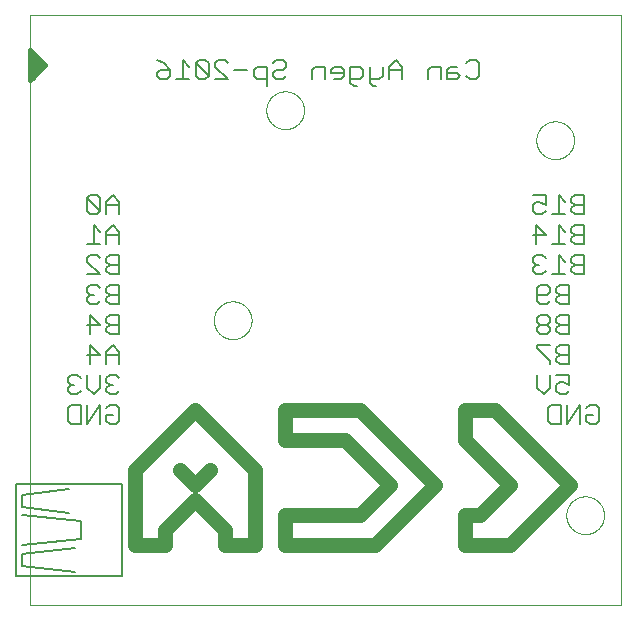
<source format=gbo>
G75*
%MOIN*%
%OFA0B0*%
%FSLAX25Y25*%
%IPPOS*%
%LPD*%
%AMOC8*
5,1,8,0,0,1.08239X$1,22.5*
%
%ADD10C,0.00600*%
%ADD11C,0.05000*%
%ADD12C,0.01600*%
%ADD13C,0.00000*%
%ADD14C,0.00500*%
D10*
X0019620Y0062500D02*
X0018552Y0063568D01*
X0018552Y0067838D01*
X0019620Y0068905D01*
X0022823Y0068905D01*
X0022823Y0062500D01*
X0019620Y0062500D01*
X0024998Y0062500D02*
X0024998Y0068905D01*
X0027133Y0072500D02*
X0024998Y0074635D01*
X0024998Y0078905D01*
X0022823Y0077838D02*
X0021755Y0078905D01*
X0019620Y0078905D01*
X0018552Y0077838D01*
X0018552Y0076770D01*
X0019620Y0075703D01*
X0018552Y0074635D01*
X0018552Y0073568D01*
X0019620Y0072500D01*
X0021755Y0072500D01*
X0022823Y0073568D01*
X0020688Y0075703D02*
X0019620Y0075703D01*
X0026066Y0082500D02*
X0026066Y0088905D01*
X0029268Y0085703D01*
X0024998Y0085703D01*
X0031443Y0085703D02*
X0035714Y0085703D01*
X0035714Y0086770D02*
X0033579Y0088905D01*
X0031443Y0086770D01*
X0031443Y0082500D01*
X0032511Y0078905D02*
X0031443Y0077838D01*
X0031443Y0076770D01*
X0032511Y0075703D01*
X0031443Y0074635D01*
X0031443Y0073568D01*
X0032511Y0072500D01*
X0034646Y0072500D01*
X0035714Y0073568D01*
X0033579Y0075703D02*
X0032511Y0075703D01*
X0029268Y0074635D02*
X0027133Y0072500D01*
X0029268Y0074635D02*
X0029268Y0078905D01*
X0032511Y0078905D02*
X0034646Y0078905D01*
X0035714Y0077838D01*
X0035714Y0082500D02*
X0035714Y0086770D01*
X0035714Y0092500D02*
X0032511Y0092500D01*
X0031443Y0093568D01*
X0031443Y0094635D01*
X0032511Y0095703D01*
X0035714Y0095703D01*
X0035714Y0098905D02*
X0032511Y0098905D01*
X0031443Y0097838D01*
X0031443Y0096770D01*
X0032511Y0095703D01*
X0029268Y0095703D02*
X0024998Y0095703D01*
X0026066Y0098905D02*
X0026066Y0092500D01*
X0029268Y0095703D02*
X0026066Y0098905D01*
X0026066Y0102500D02*
X0028201Y0102500D01*
X0029268Y0103568D01*
X0031443Y0103568D02*
X0032511Y0102500D01*
X0035714Y0102500D01*
X0035714Y0108905D01*
X0032511Y0108905D01*
X0031443Y0107838D01*
X0031443Y0106770D01*
X0032511Y0105703D01*
X0035714Y0105703D01*
X0032511Y0105703D02*
X0031443Y0104635D01*
X0031443Y0103568D01*
X0029268Y0107838D02*
X0028201Y0108905D01*
X0026066Y0108905D01*
X0024998Y0107838D01*
X0024998Y0106770D01*
X0026066Y0105703D01*
X0024998Y0104635D01*
X0024998Y0103568D01*
X0026066Y0102500D01*
X0026066Y0105703D02*
X0027133Y0105703D01*
X0024998Y0112500D02*
X0029268Y0112500D01*
X0024998Y0116770D01*
X0024998Y0117838D01*
X0026066Y0118905D01*
X0028201Y0118905D01*
X0029268Y0117838D01*
X0031443Y0117838D02*
X0032511Y0118905D01*
X0035714Y0118905D01*
X0035714Y0112500D01*
X0032511Y0112500D01*
X0031443Y0113568D01*
X0031443Y0114635D01*
X0032511Y0115703D01*
X0035714Y0115703D01*
X0032511Y0115703D02*
X0031443Y0116770D01*
X0031443Y0117838D01*
X0031443Y0122500D02*
X0031443Y0126770D01*
X0033579Y0128905D01*
X0035714Y0126770D01*
X0035714Y0122500D01*
X0035714Y0125703D02*
X0031443Y0125703D01*
X0029268Y0126770D02*
X0027133Y0128905D01*
X0027133Y0122500D01*
X0029268Y0122500D02*
X0024998Y0122500D01*
X0026066Y0132500D02*
X0028201Y0132500D01*
X0029268Y0133568D01*
X0024998Y0137838D01*
X0024998Y0133568D01*
X0026066Y0132500D01*
X0029268Y0133568D02*
X0029268Y0137838D01*
X0028201Y0138905D01*
X0026066Y0138905D01*
X0024998Y0137838D01*
X0031443Y0136770D02*
X0031443Y0132500D01*
X0031443Y0135703D02*
X0035714Y0135703D01*
X0035714Y0136770D02*
X0033579Y0138905D01*
X0031443Y0136770D01*
X0035714Y0136770D02*
X0035714Y0132500D01*
X0035714Y0098905D02*
X0035714Y0092500D01*
X0034646Y0068905D02*
X0032511Y0068905D01*
X0031443Y0067838D01*
X0031443Y0065703D02*
X0033579Y0065703D01*
X0031443Y0065703D02*
X0031443Y0063568D01*
X0032511Y0062500D01*
X0034646Y0062500D01*
X0035714Y0063568D01*
X0035714Y0067838D01*
X0034646Y0068905D01*
X0029268Y0068905D02*
X0024998Y0062500D01*
X0029268Y0062500D02*
X0029268Y0068905D01*
X0084813Y0175365D02*
X0084813Y0181770D01*
X0081611Y0181770D01*
X0080543Y0180703D01*
X0080543Y0178568D01*
X0081611Y0177500D01*
X0084813Y0177500D01*
X0086988Y0178568D02*
X0086988Y0179635D01*
X0088056Y0180703D01*
X0090191Y0180703D01*
X0091259Y0181770D01*
X0091259Y0182838D01*
X0090191Y0183905D01*
X0088056Y0183905D01*
X0086988Y0182838D01*
X0086988Y0178568D02*
X0088056Y0177500D01*
X0090191Y0177500D01*
X0091259Y0178568D01*
X0099879Y0177500D02*
X0099879Y0180703D01*
X0100947Y0181770D01*
X0104150Y0181770D01*
X0104150Y0177500D01*
X0106325Y0179635D02*
X0110595Y0179635D01*
X0110595Y0178568D02*
X0110595Y0180703D01*
X0109528Y0181770D01*
X0107393Y0181770D01*
X0106325Y0180703D01*
X0106325Y0179635D01*
X0107393Y0177500D02*
X0109528Y0177500D01*
X0110595Y0178568D01*
X0112770Y0177500D02*
X0115973Y0177500D01*
X0117041Y0178568D01*
X0117041Y0180703D01*
X0115973Y0181770D01*
X0112770Y0181770D01*
X0112770Y0176432D01*
X0113838Y0175365D01*
X0114906Y0175365D01*
X0119216Y0176432D02*
X0119216Y0181770D01*
X0119216Y0177500D02*
X0122419Y0177500D01*
X0123486Y0178568D01*
X0123486Y0181770D01*
X0125661Y0181770D02*
X0125661Y0177500D01*
X0125661Y0180703D02*
X0129932Y0180703D01*
X0129932Y0181770D02*
X0129932Y0177500D01*
X0129932Y0181770D02*
X0127797Y0183905D01*
X0125661Y0181770D01*
X0121351Y0175365D02*
X0120284Y0175365D01*
X0119216Y0176432D01*
X0138552Y0177500D02*
X0138552Y0180703D01*
X0139620Y0181770D01*
X0142823Y0181770D01*
X0142823Y0177500D01*
X0144998Y0177500D02*
X0144998Y0180703D01*
X0146066Y0181770D01*
X0148201Y0181770D01*
X0148201Y0179635D02*
X0144998Y0179635D01*
X0144998Y0177500D02*
X0148201Y0177500D01*
X0149268Y0178568D01*
X0148201Y0179635D01*
X0151443Y0178568D02*
X0152511Y0177500D01*
X0154646Y0177500D01*
X0155714Y0178568D01*
X0155714Y0182838D01*
X0154646Y0183905D01*
X0152511Y0183905D01*
X0151443Y0182838D01*
X0173552Y0138905D02*
X0177823Y0138905D01*
X0177823Y0135703D01*
X0175688Y0136770D01*
X0174620Y0136770D01*
X0173552Y0135703D01*
X0173552Y0133568D01*
X0174620Y0132500D01*
X0176755Y0132500D01*
X0177823Y0133568D01*
X0179998Y0132500D02*
X0184268Y0132500D01*
X0182133Y0132500D02*
X0182133Y0138905D01*
X0184268Y0136770D01*
X0186443Y0136770D02*
X0186443Y0137838D01*
X0187511Y0138905D01*
X0190714Y0138905D01*
X0190714Y0132500D01*
X0187511Y0132500D01*
X0186443Y0133568D01*
X0186443Y0134635D01*
X0187511Y0135703D01*
X0190714Y0135703D01*
X0187511Y0135703D02*
X0186443Y0136770D01*
X0187511Y0128905D02*
X0186443Y0127838D01*
X0186443Y0126770D01*
X0187511Y0125703D01*
X0190714Y0125703D01*
X0187511Y0125703D02*
X0186443Y0124635D01*
X0186443Y0123568D01*
X0187511Y0122500D01*
X0190714Y0122500D01*
X0190714Y0128905D01*
X0187511Y0128905D01*
X0184268Y0126770D02*
X0182133Y0128905D01*
X0182133Y0122500D01*
X0184268Y0122500D02*
X0179998Y0122500D01*
X0182133Y0118905D02*
X0182133Y0112500D01*
X0184268Y0112500D02*
X0179998Y0112500D01*
X0177823Y0113568D02*
X0176755Y0112500D01*
X0174620Y0112500D01*
X0173552Y0113568D01*
X0173552Y0114635D01*
X0174620Y0115703D01*
X0175688Y0115703D01*
X0174620Y0115703D02*
X0173552Y0116770D01*
X0173552Y0117838D01*
X0174620Y0118905D01*
X0176755Y0118905D01*
X0177823Y0117838D01*
X0182133Y0118905D02*
X0184268Y0116770D01*
X0186443Y0116770D02*
X0187511Y0115703D01*
X0190714Y0115703D01*
X0187511Y0115703D02*
X0186443Y0114635D01*
X0186443Y0113568D01*
X0187511Y0112500D01*
X0190714Y0112500D01*
X0190714Y0118905D01*
X0187511Y0118905D01*
X0186443Y0117838D01*
X0186443Y0116770D01*
X0185714Y0108905D02*
X0182511Y0108905D01*
X0181443Y0107838D01*
X0181443Y0106770D01*
X0182511Y0105703D01*
X0185714Y0105703D01*
X0185714Y0108905D02*
X0185714Y0102500D01*
X0182511Y0102500D01*
X0181443Y0103568D01*
X0181443Y0104635D01*
X0182511Y0105703D01*
X0179268Y0106770D02*
X0178201Y0105703D01*
X0174998Y0105703D01*
X0174998Y0103568D02*
X0174998Y0107838D01*
X0176066Y0108905D01*
X0178201Y0108905D01*
X0179268Y0107838D01*
X0179268Y0106770D01*
X0179268Y0103568D02*
X0178201Y0102500D01*
X0176066Y0102500D01*
X0174998Y0103568D01*
X0176066Y0098905D02*
X0174998Y0097838D01*
X0174998Y0096770D01*
X0176066Y0095703D01*
X0178201Y0095703D01*
X0179268Y0096770D01*
X0179268Y0097838D01*
X0178201Y0098905D01*
X0176066Y0098905D01*
X0176066Y0095703D02*
X0174998Y0094635D01*
X0174998Y0093568D01*
X0176066Y0092500D01*
X0178201Y0092500D01*
X0179268Y0093568D01*
X0179268Y0094635D01*
X0178201Y0095703D01*
X0181443Y0096770D02*
X0182511Y0095703D01*
X0185714Y0095703D01*
X0185714Y0098905D02*
X0182511Y0098905D01*
X0181443Y0097838D01*
X0181443Y0096770D01*
X0182511Y0095703D02*
X0181443Y0094635D01*
X0181443Y0093568D01*
X0182511Y0092500D01*
X0185714Y0092500D01*
X0185714Y0098905D01*
X0185714Y0088905D02*
X0182511Y0088905D01*
X0181443Y0087838D01*
X0181443Y0086770D01*
X0182511Y0085703D01*
X0185714Y0085703D01*
X0185714Y0088905D02*
X0185714Y0082500D01*
X0182511Y0082500D01*
X0181443Y0083568D01*
X0181443Y0084635D01*
X0182511Y0085703D01*
X0179268Y0083568D02*
X0179268Y0082500D01*
X0179268Y0083568D02*
X0174998Y0087838D01*
X0174998Y0088905D01*
X0179268Y0088905D01*
X0179268Y0078905D02*
X0179268Y0074635D01*
X0177133Y0072500D01*
X0174998Y0074635D01*
X0174998Y0078905D01*
X0181443Y0078905D02*
X0185714Y0078905D01*
X0185714Y0075703D01*
X0183579Y0076770D01*
X0182511Y0076770D01*
X0181443Y0075703D01*
X0181443Y0073568D01*
X0182511Y0072500D01*
X0184646Y0072500D01*
X0185714Y0073568D01*
X0184998Y0068905D02*
X0184998Y0062500D01*
X0189268Y0068905D01*
X0189268Y0062500D01*
X0191443Y0063568D02*
X0191443Y0065703D01*
X0193579Y0065703D01*
X0195714Y0067838D02*
X0195714Y0063568D01*
X0194646Y0062500D01*
X0192511Y0062500D01*
X0191443Y0063568D01*
X0191443Y0067838D02*
X0192511Y0068905D01*
X0194646Y0068905D01*
X0195714Y0067838D01*
X0182823Y0068905D02*
X0182823Y0062500D01*
X0179620Y0062500D01*
X0178552Y0063568D01*
X0178552Y0067838D01*
X0179620Y0068905D01*
X0182823Y0068905D01*
X0174620Y0122500D02*
X0174620Y0128905D01*
X0177823Y0125703D01*
X0173552Y0125703D01*
X0078368Y0180703D02*
X0074098Y0180703D01*
X0071922Y0182838D02*
X0070855Y0183905D01*
X0068720Y0183905D01*
X0067652Y0182838D01*
X0067652Y0181770D01*
X0071922Y0177500D01*
X0067652Y0177500D01*
X0065477Y0178568D02*
X0061207Y0182838D01*
X0061207Y0178568D01*
X0062274Y0177500D01*
X0064409Y0177500D01*
X0065477Y0178568D01*
X0065477Y0182838D01*
X0064409Y0183905D01*
X0062274Y0183905D01*
X0061207Y0182838D01*
X0059031Y0181770D02*
X0056896Y0183905D01*
X0056896Y0177500D01*
X0059031Y0177500D02*
X0054761Y0177500D01*
X0052586Y0178568D02*
X0052586Y0180703D01*
X0049383Y0180703D01*
X0048316Y0179635D01*
X0048316Y0178568D01*
X0049383Y0177500D01*
X0051518Y0177500D01*
X0052586Y0178568D01*
X0052586Y0180703D02*
X0050451Y0182838D01*
X0048316Y0183905D01*
D11*
X0061014Y0067200D02*
X0041014Y0047200D01*
X0041014Y0022200D01*
X0051014Y0022200D01*
X0051014Y0027200D01*
X0061014Y0037200D01*
X0071014Y0027200D01*
X0071014Y0022200D01*
X0081014Y0022200D01*
X0081014Y0047200D01*
X0061014Y0067200D01*
X0066014Y0047200D02*
X0061014Y0042200D01*
X0056014Y0047200D01*
X0091014Y0057200D02*
X0111014Y0057200D01*
X0126014Y0042200D01*
X0116014Y0032200D01*
X0091014Y0032200D01*
X0091014Y0022200D01*
X0121014Y0022200D01*
X0141014Y0042200D01*
X0116014Y0067200D01*
X0091014Y0067200D01*
X0091014Y0057200D01*
X0151014Y0057200D02*
X0166014Y0042200D01*
X0156014Y0032200D01*
X0151014Y0032200D01*
X0151014Y0022200D01*
X0166014Y0022200D01*
X0186014Y0042200D01*
X0161014Y0067200D01*
X0151014Y0067200D01*
X0151014Y0057200D01*
D12*
X0011014Y0182200D02*
X0006014Y0187200D01*
X0006014Y0177200D01*
X0011014Y0182200D01*
X0010382Y0182832D02*
X0006014Y0182832D01*
X0006014Y0184430D02*
X0008783Y0184430D01*
X0007185Y0186029D02*
X0006014Y0186029D01*
X0006014Y0181233D02*
X0010047Y0181233D01*
X0008449Y0179635D02*
X0006014Y0179635D01*
X0006014Y0178036D02*
X0006850Y0178036D01*
D13*
X0006014Y0002200D02*
X0202864Y0002200D01*
X0202864Y0199050D01*
X0006014Y0199050D01*
X0006014Y0002200D01*
X0067215Y0097200D02*
X0067217Y0097358D01*
X0067223Y0097516D01*
X0067233Y0097674D01*
X0067247Y0097832D01*
X0067265Y0097989D01*
X0067286Y0098146D01*
X0067312Y0098302D01*
X0067342Y0098458D01*
X0067375Y0098613D01*
X0067413Y0098766D01*
X0067454Y0098919D01*
X0067499Y0099071D01*
X0067548Y0099222D01*
X0067601Y0099371D01*
X0067657Y0099519D01*
X0067717Y0099665D01*
X0067781Y0099810D01*
X0067849Y0099953D01*
X0067920Y0100095D01*
X0067994Y0100235D01*
X0068072Y0100372D01*
X0068154Y0100508D01*
X0068238Y0100642D01*
X0068327Y0100773D01*
X0068418Y0100902D01*
X0068513Y0101029D01*
X0068610Y0101154D01*
X0068711Y0101276D01*
X0068815Y0101395D01*
X0068922Y0101512D01*
X0069032Y0101626D01*
X0069145Y0101737D01*
X0069260Y0101846D01*
X0069378Y0101951D01*
X0069499Y0102053D01*
X0069622Y0102153D01*
X0069748Y0102249D01*
X0069876Y0102342D01*
X0070006Y0102432D01*
X0070139Y0102518D01*
X0070274Y0102602D01*
X0070410Y0102681D01*
X0070549Y0102758D01*
X0070690Y0102830D01*
X0070832Y0102900D01*
X0070976Y0102965D01*
X0071122Y0103027D01*
X0071269Y0103085D01*
X0071418Y0103140D01*
X0071568Y0103191D01*
X0071719Y0103238D01*
X0071871Y0103281D01*
X0072024Y0103320D01*
X0072179Y0103356D01*
X0072334Y0103387D01*
X0072490Y0103415D01*
X0072646Y0103439D01*
X0072803Y0103459D01*
X0072961Y0103475D01*
X0073118Y0103487D01*
X0073277Y0103495D01*
X0073435Y0103499D01*
X0073593Y0103499D01*
X0073751Y0103495D01*
X0073910Y0103487D01*
X0074067Y0103475D01*
X0074225Y0103459D01*
X0074382Y0103439D01*
X0074538Y0103415D01*
X0074694Y0103387D01*
X0074849Y0103356D01*
X0075004Y0103320D01*
X0075157Y0103281D01*
X0075309Y0103238D01*
X0075460Y0103191D01*
X0075610Y0103140D01*
X0075759Y0103085D01*
X0075906Y0103027D01*
X0076052Y0102965D01*
X0076196Y0102900D01*
X0076338Y0102830D01*
X0076479Y0102758D01*
X0076618Y0102681D01*
X0076754Y0102602D01*
X0076889Y0102518D01*
X0077022Y0102432D01*
X0077152Y0102342D01*
X0077280Y0102249D01*
X0077406Y0102153D01*
X0077529Y0102053D01*
X0077650Y0101951D01*
X0077768Y0101846D01*
X0077883Y0101737D01*
X0077996Y0101626D01*
X0078106Y0101512D01*
X0078213Y0101395D01*
X0078317Y0101276D01*
X0078418Y0101154D01*
X0078515Y0101029D01*
X0078610Y0100902D01*
X0078701Y0100773D01*
X0078790Y0100642D01*
X0078874Y0100508D01*
X0078956Y0100372D01*
X0079034Y0100235D01*
X0079108Y0100095D01*
X0079179Y0099953D01*
X0079247Y0099810D01*
X0079311Y0099665D01*
X0079371Y0099519D01*
X0079427Y0099371D01*
X0079480Y0099222D01*
X0079529Y0099071D01*
X0079574Y0098919D01*
X0079615Y0098766D01*
X0079653Y0098613D01*
X0079686Y0098458D01*
X0079716Y0098302D01*
X0079742Y0098146D01*
X0079763Y0097989D01*
X0079781Y0097832D01*
X0079795Y0097674D01*
X0079805Y0097516D01*
X0079811Y0097358D01*
X0079813Y0097200D01*
X0079811Y0097042D01*
X0079805Y0096884D01*
X0079795Y0096726D01*
X0079781Y0096568D01*
X0079763Y0096411D01*
X0079742Y0096254D01*
X0079716Y0096098D01*
X0079686Y0095942D01*
X0079653Y0095787D01*
X0079615Y0095634D01*
X0079574Y0095481D01*
X0079529Y0095329D01*
X0079480Y0095178D01*
X0079427Y0095029D01*
X0079371Y0094881D01*
X0079311Y0094735D01*
X0079247Y0094590D01*
X0079179Y0094447D01*
X0079108Y0094305D01*
X0079034Y0094165D01*
X0078956Y0094028D01*
X0078874Y0093892D01*
X0078790Y0093758D01*
X0078701Y0093627D01*
X0078610Y0093498D01*
X0078515Y0093371D01*
X0078418Y0093246D01*
X0078317Y0093124D01*
X0078213Y0093005D01*
X0078106Y0092888D01*
X0077996Y0092774D01*
X0077883Y0092663D01*
X0077768Y0092554D01*
X0077650Y0092449D01*
X0077529Y0092347D01*
X0077406Y0092247D01*
X0077280Y0092151D01*
X0077152Y0092058D01*
X0077022Y0091968D01*
X0076889Y0091882D01*
X0076754Y0091798D01*
X0076618Y0091719D01*
X0076479Y0091642D01*
X0076338Y0091570D01*
X0076196Y0091500D01*
X0076052Y0091435D01*
X0075906Y0091373D01*
X0075759Y0091315D01*
X0075610Y0091260D01*
X0075460Y0091209D01*
X0075309Y0091162D01*
X0075157Y0091119D01*
X0075004Y0091080D01*
X0074849Y0091044D01*
X0074694Y0091013D01*
X0074538Y0090985D01*
X0074382Y0090961D01*
X0074225Y0090941D01*
X0074067Y0090925D01*
X0073910Y0090913D01*
X0073751Y0090905D01*
X0073593Y0090901D01*
X0073435Y0090901D01*
X0073277Y0090905D01*
X0073118Y0090913D01*
X0072961Y0090925D01*
X0072803Y0090941D01*
X0072646Y0090961D01*
X0072490Y0090985D01*
X0072334Y0091013D01*
X0072179Y0091044D01*
X0072024Y0091080D01*
X0071871Y0091119D01*
X0071719Y0091162D01*
X0071568Y0091209D01*
X0071418Y0091260D01*
X0071269Y0091315D01*
X0071122Y0091373D01*
X0070976Y0091435D01*
X0070832Y0091500D01*
X0070690Y0091570D01*
X0070549Y0091642D01*
X0070410Y0091719D01*
X0070274Y0091798D01*
X0070139Y0091882D01*
X0070006Y0091968D01*
X0069876Y0092058D01*
X0069748Y0092151D01*
X0069622Y0092247D01*
X0069499Y0092347D01*
X0069378Y0092449D01*
X0069260Y0092554D01*
X0069145Y0092663D01*
X0069032Y0092774D01*
X0068922Y0092888D01*
X0068815Y0093005D01*
X0068711Y0093124D01*
X0068610Y0093246D01*
X0068513Y0093371D01*
X0068418Y0093498D01*
X0068327Y0093627D01*
X0068238Y0093758D01*
X0068154Y0093892D01*
X0068072Y0094028D01*
X0067994Y0094165D01*
X0067920Y0094305D01*
X0067849Y0094447D01*
X0067781Y0094590D01*
X0067717Y0094735D01*
X0067657Y0094881D01*
X0067601Y0095029D01*
X0067548Y0095178D01*
X0067499Y0095329D01*
X0067454Y0095481D01*
X0067413Y0095634D01*
X0067375Y0095787D01*
X0067342Y0095942D01*
X0067312Y0096098D01*
X0067286Y0096254D01*
X0067265Y0096411D01*
X0067247Y0096568D01*
X0067233Y0096726D01*
X0067223Y0096884D01*
X0067217Y0097042D01*
X0067215Y0097200D01*
X0084715Y0167200D02*
X0084717Y0167358D01*
X0084723Y0167516D01*
X0084733Y0167674D01*
X0084747Y0167832D01*
X0084765Y0167989D01*
X0084786Y0168146D01*
X0084812Y0168302D01*
X0084842Y0168458D01*
X0084875Y0168613D01*
X0084913Y0168766D01*
X0084954Y0168919D01*
X0084999Y0169071D01*
X0085048Y0169222D01*
X0085101Y0169371D01*
X0085157Y0169519D01*
X0085217Y0169665D01*
X0085281Y0169810D01*
X0085349Y0169953D01*
X0085420Y0170095D01*
X0085494Y0170235D01*
X0085572Y0170372D01*
X0085654Y0170508D01*
X0085738Y0170642D01*
X0085827Y0170773D01*
X0085918Y0170902D01*
X0086013Y0171029D01*
X0086110Y0171154D01*
X0086211Y0171276D01*
X0086315Y0171395D01*
X0086422Y0171512D01*
X0086532Y0171626D01*
X0086645Y0171737D01*
X0086760Y0171846D01*
X0086878Y0171951D01*
X0086999Y0172053D01*
X0087122Y0172153D01*
X0087248Y0172249D01*
X0087376Y0172342D01*
X0087506Y0172432D01*
X0087639Y0172518D01*
X0087774Y0172602D01*
X0087910Y0172681D01*
X0088049Y0172758D01*
X0088190Y0172830D01*
X0088332Y0172900D01*
X0088476Y0172965D01*
X0088622Y0173027D01*
X0088769Y0173085D01*
X0088918Y0173140D01*
X0089068Y0173191D01*
X0089219Y0173238D01*
X0089371Y0173281D01*
X0089524Y0173320D01*
X0089679Y0173356D01*
X0089834Y0173387D01*
X0089990Y0173415D01*
X0090146Y0173439D01*
X0090303Y0173459D01*
X0090461Y0173475D01*
X0090618Y0173487D01*
X0090777Y0173495D01*
X0090935Y0173499D01*
X0091093Y0173499D01*
X0091251Y0173495D01*
X0091410Y0173487D01*
X0091567Y0173475D01*
X0091725Y0173459D01*
X0091882Y0173439D01*
X0092038Y0173415D01*
X0092194Y0173387D01*
X0092349Y0173356D01*
X0092504Y0173320D01*
X0092657Y0173281D01*
X0092809Y0173238D01*
X0092960Y0173191D01*
X0093110Y0173140D01*
X0093259Y0173085D01*
X0093406Y0173027D01*
X0093552Y0172965D01*
X0093696Y0172900D01*
X0093838Y0172830D01*
X0093979Y0172758D01*
X0094118Y0172681D01*
X0094254Y0172602D01*
X0094389Y0172518D01*
X0094522Y0172432D01*
X0094652Y0172342D01*
X0094780Y0172249D01*
X0094906Y0172153D01*
X0095029Y0172053D01*
X0095150Y0171951D01*
X0095268Y0171846D01*
X0095383Y0171737D01*
X0095496Y0171626D01*
X0095606Y0171512D01*
X0095713Y0171395D01*
X0095817Y0171276D01*
X0095918Y0171154D01*
X0096015Y0171029D01*
X0096110Y0170902D01*
X0096201Y0170773D01*
X0096290Y0170642D01*
X0096374Y0170508D01*
X0096456Y0170372D01*
X0096534Y0170235D01*
X0096608Y0170095D01*
X0096679Y0169953D01*
X0096747Y0169810D01*
X0096811Y0169665D01*
X0096871Y0169519D01*
X0096927Y0169371D01*
X0096980Y0169222D01*
X0097029Y0169071D01*
X0097074Y0168919D01*
X0097115Y0168766D01*
X0097153Y0168613D01*
X0097186Y0168458D01*
X0097216Y0168302D01*
X0097242Y0168146D01*
X0097263Y0167989D01*
X0097281Y0167832D01*
X0097295Y0167674D01*
X0097305Y0167516D01*
X0097311Y0167358D01*
X0097313Y0167200D01*
X0097311Y0167042D01*
X0097305Y0166884D01*
X0097295Y0166726D01*
X0097281Y0166568D01*
X0097263Y0166411D01*
X0097242Y0166254D01*
X0097216Y0166098D01*
X0097186Y0165942D01*
X0097153Y0165787D01*
X0097115Y0165634D01*
X0097074Y0165481D01*
X0097029Y0165329D01*
X0096980Y0165178D01*
X0096927Y0165029D01*
X0096871Y0164881D01*
X0096811Y0164735D01*
X0096747Y0164590D01*
X0096679Y0164447D01*
X0096608Y0164305D01*
X0096534Y0164165D01*
X0096456Y0164028D01*
X0096374Y0163892D01*
X0096290Y0163758D01*
X0096201Y0163627D01*
X0096110Y0163498D01*
X0096015Y0163371D01*
X0095918Y0163246D01*
X0095817Y0163124D01*
X0095713Y0163005D01*
X0095606Y0162888D01*
X0095496Y0162774D01*
X0095383Y0162663D01*
X0095268Y0162554D01*
X0095150Y0162449D01*
X0095029Y0162347D01*
X0094906Y0162247D01*
X0094780Y0162151D01*
X0094652Y0162058D01*
X0094522Y0161968D01*
X0094389Y0161882D01*
X0094254Y0161798D01*
X0094118Y0161719D01*
X0093979Y0161642D01*
X0093838Y0161570D01*
X0093696Y0161500D01*
X0093552Y0161435D01*
X0093406Y0161373D01*
X0093259Y0161315D01*
X0093110Y0161260D01*
X0092960Y0161209D01*
X0092809Y0161162D01*
X0092657Y0161119D01*
X0092504Y0161080D01*
X0092349Y0161044D01*
X0092194Y0161013D01*
X0092038Y0160985D01*
X0091882Y0160961D01*
X0091725Y0160941D01*
X0091567Y0160925D01*
X0091410Y0160913D01*
X0091251Y0160905D01*
X0091093Y0160901D01*
X0090935Y0160901D01*
X0090777Y0160905D01*
X0090618Y0160913D01*
X0090461Y0160925D01*
X0090303Y0160941D01*
X0090146Y0160961D01*
X0089990Y0160985D01*
X0089834Y0161013D01*
X0089679Y0161044D01*
X0089524Y0161080D01*
X0089371Y0161119D01*
X0089219Y0161162D01*
X0089068Y0161209D01*
X0088918Y0161260D01*
X0088769Y0161315D01*
X0088622Y0161373D01*
X0088476Y0161435D01*
X0088332Y0161500D01*
X0088190Y0161570D01*
X0088049Y0161642D01*
X0087910Y0161719D01*
X0087774Y0161798D01*
X0087639Y0161882D01*
X0087506Y0161968D01*
X0087376Y0162058D01*
X0087248Y0162151D01*
X0087122Y0162247D01*
X0086999Y0162347D01*
X0086878Y0162449D01*
X0086760Y0162554D01*
X0086645Y0162663D01*
X0086532Y0162774D01*
X0086422Y0162888D01*
X0086315Y0163005D01*
X0086211Y0163124D01*
X0086110Y0163246D01*
X0086013Y0163371D01*
X0085918Y0163498D01*
X0085827Y0163627D01*
X0085738Y0163758D01*
X0085654Y0163892D01*
X0085572Y0164028D01*
X0085494Y0164165D01*
X0085420Y0164305D01*
X0085349Y0164447D01*
X0085281Y0164590D01*
X0085217Y0164735D01*
X0085157Y0164881D01*
X0085101Y0165029D01*
X0085048Y0165178D01*
X0084999Y0165329D01*
X0084954Y0165481D01*
X0084913Y0165634D01*
X0084875Y0165787D01*
X0084842Y0165942D01*
X0084812Y0166098D01*
X0084786Y0166254D01*
X0084765Y0166411D01*
X0084747Y0166568D01*
X0084733Y0166726D01*
X0084723Y0166884D01*
X0084717Y0167042D01*
X0084715Y0167200D01*
X0174715Y0157200D02*
X0174717Y0157358D01*
X0174723Y0157516D01*
X0174733Y0157674D01*
X0174747Y0157832D01*
X0174765Y0157989D01*
X0174786Y0158146D01*
X0174812Y0158302D01*
X0174842Y0158458D01*
X0174875Y0158613D01*
X0174913Y0158766D01*
X0174954Y0158919D01*
X0174999Y0159071D01*
X0175048Y0159222D01*
X0175101Y0159371D01*
X0175157Y0159519D01*
X0175217Y0159665D01*
X0175281Y0159810D01*
X0175349Y0159953D01*
X0175420Y0160095D01*
X0175494Y0160235D01*
X0175572Y0160372D01*
X0175654Y0160508D01*
X0175738Y0160642D01*
X0175827Y0160773D01*
X0175918Y0160902D01*
X0176013Y0161029D01*
X0176110Y0161154D01*
X0176211Y0161276D01*
X0176315Y0161395D01*
X0176422Y0161512D01*
X0176532Y0161626D01*
X0176645Y0161737D01*
X0176760Y0161846D01*
X0176878Y0161951D01*
X0176999Y0162053D01*
X0177122Y0162153D01*
X0177248Y0162249D01*
X0177376Y0162342D01*
X0177506Y0162432D01*
X0177639Y0162518D01*
X0177774Y0162602D01*
X0177910Y0162681D01*
X0178049Y0162758D01*
X0178190Y0162830D01*
X0178332Y0162900D01*
X0178476Y0162965D01*
X0178622Y0163027D01*
X0178769Y0163085D01*
X0178918Y0163140D01*
X0179068Y0163191D01*
X0179219Y0163238D01*
X0179371Y0163281D01*
X0179524Y0163320D01*
X0179679Y0163356D01*
X0179834Y0163387D01*
X0179990Y0163415D01*
X0180146Y0163439D01*
X0180303Y0163459D01*
X0180461Y0163475D01*
X0180618Y0163487D01*
X0180777Y0163495D01*
X0180935Y0163499D01*
X0181093Y0163499D01*
X0181251Y0163495D01*
X0181410Y0163487D01*
X0181567Y0163475D01*
X0181725Y0163459D01*
X0181882Y0163439D01*
X0182038Y0163415D01*
X0182194Y0163387D01*
X0182349Y0163356D01*
X0182504Y0163320D01*
X0182657Y0163281D01*
X0182809Y0163238D01*
X0182960Y0163191D01*
X0183110Y0163140D01*
X0183259Y0163085D01*
X0183406Y0163027D01*
X0183552Y0162965D01*
X0183696Y0162900D01*
X0183838Y0162830D01*
X0183979Y0162758D01*
X0184118Y0162681D01*
X0184254Y0162602D01*
X0184389Y0162518D01*
X0184522Y0162432D01*
X0184652Y0162342D01*
X0184780Y0162249D01*
X0184906Y0162153D01*
X0185029Y0162053D01*
X0185150Y0161951D01*
X0185268Y0161846D01*
X0185383Y0161737D01*
X0185496Y0161626D01*
X0185606Y0161512D01*
X0185713Y0161395D01*
X0185817Y0161276D01*
X0185918Y0161154D01*
X0186015Y0161029D01*
X0186110Y0160902D01*
X0186201Y0160773D01*
X0186290Y0160642D01*
X0186374Y0160508D01*
X0186456Y0160372D01*
X0186534Y0160235D01*
X0186608Y0160095D01*
X0186679Y0159953D01*
X0186747Y0159810D01*
X0186811Y0159665D01*
X0186871Y0159519D01*
X0186927Y0159371D01*
X0186980Y0159222D01*
X0187029Y0159071D01*
X0187074Y0158919D01*
X0187115Y0158766D01*
X0187153Y0158613D01*
X0187186Y0158458D01*
X0187216Y0158302D01*
X0187242Y0158146D01*
X0187263Y0157989D01*
X0187281Y0157832D01*
X0187295Y0157674D01*
X0187305Y0157516D01*
X0187311Y0157358D01*
X0187313Y0157200D01*
X0187311Y0157042D01*
X0187305Y0156884D01*
X0187295Y0156726D01*
X0187281Y0156568D01*
X0187263Y0156411D01*
X0187242Y0156254D01*
X0187216Y0156098D01*
X0187186Y0155942D01*
X0187153Y0155787D01*
X0187115Y0155634D01*
X0187074Y0155481D01*
X0187029Y0155329D01*
X0186980Y0155178D01*
X0186927Y0155029D01*
X0186871Y0154881D01*
X0186811Y0154735D01*
X0186747Y0154590D01*
X0186679Y0154447D01*
X0186608Y0154305D01*
X0186534Y0154165D01*
X0186456Y0154028D01*
X0186374Y0153892D01*
X0186290Y0153758D01*
X0186201Y0153627D01*
X0186110Y0153498D01*
X0186015Y0153371D01*
X0185918Y0153246D01*
X0185817Y0153124D01*
X0185713Y0153005D01*
X0185606Y0152888D01*
X0185496Y0152774D01*
X0185383Y0152663D01*
X0185268Y0152554D01*
X0185150Y0152449D01*
X0185029Y0152347D01*
X0184906Y0152247D01*
X0184780Y0152151D01*
X0184652Y0152058D01*
X0184522Y0151968D01*
X0184389Y0151882D01*
X0184254Y0151798D01*
X0184118Y0151719D01*
X0183979Y0151642D01*
X0183838Y0151570D01*
X0183696Y0151500D01*
X0183552Y0151435D01*
X0183406Y0151373D01*
X0183259Y0151315D01*
X0183110Y0151260D01*
X0182960Y0151209D01*
X0182809Y0151162D01*
X0182657Y0151119D01*
X0182504Y0151080D01*
X0182349Y0151044D01*
X0182194Y0151013D01*
X0182038Y0150985D01*
X0181882Y0150961D01*
X0181725Y0150941D01*
X0181567Y0150925D01*
X0181410Y0150913D01*
X0181251Y0150905D01*
X0181093Y0150901D01*
X0180935Y0150901D01*
X0180777Y0150905D01*
X0180618Y0150913D01*
X0180461Y0150925D01*
X0180303Y0150941D01*
X0180146Y0150961D01*
X0179990Y0150985D01*
X0179834Y0151013D01*
X0179679Y0151044D01*
X0179524Y0151080D01*
X0179371Y0151119D01*
X0179219Y0151162D01*
X0179068Y0151209D01*
X0178918Y0151260D01*
X0178769Y0151315D01*
X0178622Y0151373D01*
X0178476Y0151435D01*
X0178332Y0151500D01*
X0178190Y0151570D01*
X0178049Y0151642D01*
X0177910Y0151719D01*
X0177774Y0151798D01*
X0177639Y0151882D01*
X0177506Y0151968D01*
X0177376Y0152058D01*
X0177248Y0152151D01*
X0177122Y0152247D01*
X0176999Y0152347D01*
X0176878Y0152449D01*
X0176760Y0152554D01*
X0176645Y0152663D01*
X0176532Y0152774D01*
X0176422Y0152888D01*
X0176315Y0153005D01*
X0176211Y0153124D01*
X0176110Y0153246D01*
X0176013Y0153371D01*
X0175918Y0153498D01*
X0175827Y0153627D01*
X0175738Y0153758D01*
X0175654Y0153892D01*
X0175572Y0154028D01*
X0175494Y0154165D01*
X0175420Y0154305D01*
X0175349Y0154447D01*
X0175281Y0154590D01*
X0175217Y0154735D01*
X0175157Y0154881D01*
X0175101Y0155029D01*
X0175048Y0155178D01*
X0174999Y0155329D01*
X0174954Y0155481D01*
X0174913Y0155634D01*
X0174875Y0155787D01*
X0174842Y0155942D01*
X0174812Y0156098D01*
X0174786Y0156254D01*
X0174765Y0156411D01*
X0174747Y0156568D01*
X0174733Y0156726D01*
X0174723Y0156884D01*
X0174717Y0157042D01*
X0174715Y0157200D01*
X0184715Y0032200D02*
X0184717Y0032358D01*
X0184723Y0032516D01*
X0184733Y0032674D01*
X0184747Y0032832D01*
X0184765Y0032989D01*
X0184786Y0033146D01*
X0184812Y0033302D01*
X0184842Y0033458D01*
X0184875Y0033613D01*
X0184913Y0033766D01*
X0184954Y0033919D01*
X0184999Y0034071D01*
X0185048Y0034222D01*
X0185101Y0034371D01*
X0185157Y0034519D01*
X0185217Y0034665D01*
X0185281Y0034810D01*
X0185349Y0034953D01*
X0185420Y0035095D01*
X0185494Y0035235D01*
X0185572Y0035372D01*
X0185654Y0035508D01*
X0185738Y0035642D01*
X0185827Y0035773D01*
X0185918Y0035902D01*
X0186013Y0036029D01*
X0186110Y0036154D01*
X0186211Y0036276D01*
X0186315Y0036395D01*
X0186422Y0036512D01*
X0186532Y0036626D01*
X0186645Y0036737D01*
X0186760Y0036846D01*
X0186878Y0036951D01*
X0186999Y0037053D01*
X0187122Y0037153D01*
X0187248Y0037249D01*
X0187376Y0037342D01*
X0187506Y0037432D01*
X0187639Y0037518D01*
X0187774Y0037602D01*
X0187910Y0037681D01*
X0188049Y0037758D01*
X0188190Y0037830D01*
X0188332Y0037900D01*
X0188476Y0037965D01*
X0188622Y0038027D01*
X0188769Y0038085D01*
X0188918Y0038140D01*
X0189068Y0038191D01*
X0189219Y0038238D01*
X0189371Y0038281D01*
X0189524Y0038320D01*
X0189679Y0038356D01*
X0189834Y0038387D01*
X0189990Y0038415D01*
X0190146Y0038439D01*
X0190303Y0038459D01*
X0190461Y0038475D01*
X0190618Y0038487D01*
X0190777Y0038495D01*
X0190935Y0038499D01*
X0191093Y0038499D01*
X0191251Y0038495D01*
X0191410Y0038487D01*
X0191567Y0038475D01*
X0191725Y0038459D01*
X0191882Y0038439D01*
X0192038Y0038415D01*
X0192194Y0038387D01*
X0192349Y0038356D01*
X0192504Y0038320D01*
X0192657Y0038281D01*
X0192809Y0038238D01*
X0192960Y0038191D01*
X0193110Y0038140D01*
X0193259Y0038085D01*
X0193406Y0038027D01*
X0193552Y0037965D01*
X0193696Y0037900D01*
X0193838Y0037830D01*
X0193979Y0037758D01*
X0194118Y0037681D01*
X0194254Y0037602D01*
X0194389Y0037518D01*
X0194522Y0037432D01*
X0194652Y0037342D01*
X0194780Y0037249D01*
X0194906Y0037153D01*
X0195029Y0037053D01*
X0195150Y0036951D01*
X0195268Y0036846D01*
X0195383Y0036737D01*
X0195496Y0036626D01*
X0195606Y0036512D01*
X0195713Y0036395D01*
X0195817Y0036276D01*
X0195918Y0036154D01*
X0196015Y0036029D01*
X0196110Y0035902D01*
X0196201Y0035773D01*
X0196290Y0035642D01*
X0196374Y0035508D01*
X0196456Y0035372D01*
X0196534Y0035235D01*
X0196608Y0035095D01*
X0196679Y0034953D01*
X0196747Y0034810D01*
X0196811Y0034665D01*
X0196871Y0034519D01*
X0196927Y0034371D01*
X0196980Y0034222D01*
X0197029Y0034071D01*
X0197074Y0033919D01*
X0197115Y0033766D01*
X0197153Y0033613D01*
X0197186Y0033458D01*
X0197216Y0033302D01*
X0197242Y0033146D01*
X0197263Y0032989D01*
X0197281Y0032832D01*
X0197295Y0032674D01*
X0197305Y0032516D01*
X0197311Y0032358D01*
X0197313Y0032200D01*
X0197311Y0032042D01*
X0197305Y0031884D01*
X0197295Y0031726D01*
X0197281Y0031568D01*
X0197263Y0031411D01*
X0197242Y0031254D01*
X0197216Y0031098D01*
X0197186Y0030942D01*
X0197153Y0030787D01*
X0197115Y0030634D01*
X0197074Y0030481D01*
X0197029Y0030329D01*
X0196980Y0030178D01*
X0196927Y0030029D01*
X0196871Y0029881D01*
X0196811Y0029735D01*
X0196747Y0029590D01*
X0196679Y0029447D01*
X0196608Y0029305D01*
X0196534Y0029165D01*
X0196456Y0029028D01*
X0196374Y0028892D01*
X0196290Y0028758D01*
X0196201Y0028627D01*
X0196110Y0028498D01*
X0196015Y0028371D01*
X0195918Y0028246D01*
X0195817Y0028124D01*
X0195713Y0028005D01*
X0195606Y0027888D01*
X0195496Y0027774D01*
X0195383Y0027663D01*
X0195268Y0027554D01*
X0195150Y0027449D01*
X0195029Y0027347D01*
X0194906Y0027247D01*
X0194780Y0027151D01*
X0194652Y0027058D01*
X0194522Y0026968D01*
X0194389Y0026882D01*
X0194254Y0026798D01*
X0194118Y0026719D01*
X0193979Y0026642D01*
X0193838Y0026570D01*
X0193696Y0026500D01*
X0193552Y0026435D01*
X0193406Y0026373D01*
X0193259Y0026315D01*
X0193110Y0026260D01*
X0192960Y0026209D01*
X0192809Y0026162D01*
X0192657Y0026119D01*
X0192504Y0026080D01*
X0192349Y0026044D01*
X0192194Y0026013D01*
X0192038Y0025985D01*
X0191882Y0025961D01*
X0191725Y0025941D01*
X0191567Y0025925D01*
X0191410Y0025913D01*
X0191251Y0025905D01*
X0191093Y0025901D01*
X0190935Y0025901D01*
X0190777Y0025905D01*
X0190618Y0025913D01*
X0190461Y0025925D01*
X0190303Y0025941D01*
X0190146Y0025961D01*
X0189990Y0025985D01*
X0189834Y0026013D01*
X0189679Y0026044D01*
X0189524Y0026080D01*
X0189371Y0026119D01*
X0189219Y0026162D01*
X0189068Y0026209D01*
X0188918Y0026260D01*
X0188769Y0026315D01*
X0188622Y0026373D01*
X0188476Y0026435D01*
X0188332Y0026500D01*
X0188190Y0026570D01*
X0188049Y0026642D01*
X0187910Y0026719D01*
X0187774Y0026798D01*
X0187639Y0026882D01*
X0187506Y0026968D01*
X0187376Y0027058D01*
X0187248Y0027151D01*
X0187122Y0027247D01*
X0186999Y0027347D01*
X0186878Y0027449D01*
X0186760Y0027554D01*
X0186645Y0027663D01*
X0186532Y0027774D01*
X0186422Y0027888D01*
X0186315Y0028005D01*
X0186211Y0028124D01*
X0186110Y0028246D01*
X0186013Y0028371D01*
X0185918Y0028498D01*
X0185827Y0028627D01*
X0185738Y0028758D01*
X0185654Y0028892D01*
X0185572Y0029028D01*
X0185494Y0029165D01*
X0185420Y0029305D01*
X0185349Y0029447D01*
X0185281Y0029590D01*
X0185217Y0029735D01*
X0185157Y0029881D01*
X0185101Y0030029D01*
X0185048Y0030178D01*
X0184999Y0030329D01*
X0184954Y0030481D01*
X0184913Y0030634D01*
X0184875Y0030787D01*
X0184842Y0030942D01*
X0184812Y0031098D01*
X0184786Y0031254D01*
X0184765Y0031411D01*
X0184747Y0031568D01*
X0184733Y0031726D01*
X0184723Y0031884D01*
X0184717Y0032042D01*
X0184715Y0032200D01*
D14*
X0036683Y0042554D02*
X0036683Y0011846D01*
X0001250Y0011846D01*
X0001250Y0042554D01*
X0036683Y0042554D01*
X0022904Y0030153D02*
X0022904Y0024247D01*
X0003219Y0022279D01*
X0003219Y0019326D02*
X0020935Y0021294D01*
X0020935Y0013420D02*
X0003219Y0015389D01*
X0003219Y0019326D01*
X0003219Y0032121D02*
X0022904Y0030153D01*
X0018967Y0033106D02*
X0003219Y0035074D01*
X0003219Y0039011D01*
X0018967Y0040980D01*
M02*

</source>
